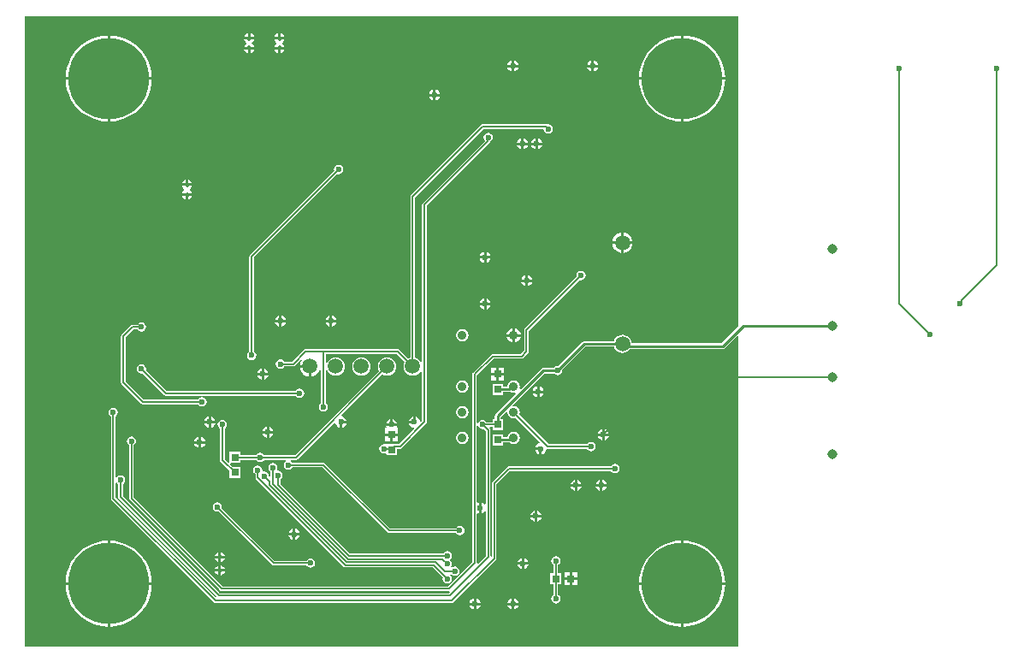
<source format=gbl>
G04*
G04 #@! TF.GenerationSoftware,Altium Limited,Altium Designer,19.0.15 (446)*
G04*
G04 Layer_Physical_Order=2*
G04 Layer_Color=16711680*
%FSLAX25Y25*%
%MOIN*%
G70*
G01*
G75*
%ADD12C,0.00600*%
%ADD18C,0.01000*%
%ADD49R,0.02953X0.03150*%
%ADD50R,0.03150X0.02953*%
%ADD65C,0.31496*%
%ADD66C,0.05906*%
%ADD67C,0.03838*%
%ADD68C,0.03543*%
%ADD69C,0.02362*%
%ADD70C,0.01968*%
G36*
X24016Y122811D02*
Y1980D01*
X17252Y-4784D01*
X-17682D01*
X-17786Y-3994D01*
X-18144Y-3130D01*
X-18714Y-2387D01*
X-19456Y-1818D01*
X-20320Y-1460D01*
X-21248Y-1338D01*
X-22175Y-1460D01*
X-23039Y-1818D01*
X-23782Y-2387D01*
X-24351Y-3130D01*
X-24629Y-3800D01*
X-36132D01*
X-36132Y-3800D01*
X-36561Y-3885D01*
X-36925Y-4128D01*
X-36925Y-4128D01*
X-46373Y-13577D01*
X-46565Y-13538D01*
X-47260Y-13677D01*
X-47849Y-14070D01*
X-47958Y-14233D01*
X-52145D01*
X-52574Y-14318D01*
X-52938Y-14561D01*
X-52938Y-14561D01*
X-60908Y-22532D01*
X-61369Y-22285D01*
X-61243Y-21654D01*
X-61427Y-20728D01*
X-61952Y-19944D01*
X-62736Y-19420D01*
X-63661Y-19236D01*
X-64587Y-19420D01*
X-65371Y-19944D01*
X-65895Y-20728D01*
X-66052Y-21516D01*
X-67805D01*
Y-20463D01*
X-71958D01*
Y-24813D01*
X-67805D01*
Y-23759D01*
X-65334D01*
X-65334Y-23759D01*
X-64906Y-23674D01*
X-64587Y-23888D01*
X-63661Y-24071D01*
X-63029Y-23946D01*
X-62783Y-24407D01*
X-70675Y-32298D01*
X-70918Y-32662D01*
X-71004Y-33091D01*
X-71003Y-33091D01*
Y-34242D01*
X-71958D01*
Y-35500D01*
X-74259D01*
X-74503Y-35133D01*
X-75093Y-34740D01*
X-75787Y-34601D01*
X-76482Y-34740D01*
X-77071Y-35133D01*
X-77465Y-35722D01*
X-77478Y-35789D01*
X-77978Y-35740D01*
Y-17160D01*
X-71578Y-10760D01*
X-60632D01*
X-60281Y-10690D01*
X-59983Y-10491D01*
X-58015Y-8523D01*
X-57816Y-8225D01*
X-57746Y-7874D01*
Y11D01*
X-37834Y19924D01*
X-37402Y19838D01*
X-36707Y19976D01*
X-36118Y20369D01*
X-35724Y20959D01*
X-35586Y21654D01*
X-35724Y22348D01*
X-36118Y22938D01*
X-36707Y23331D01*
X-37402Y23470D01*
X-38096Y23331D01*
X-38686Y22938D01*
X-39079Y22348D01*
X-39218Y21654D01*
X-39132Y21221D01*
X-59313Y1040D01*
X-59512Y742D01*
X-59581Y391D01*
Y-7494D01*
X-61012Y-8925D01*
X-71958D01*
X-72309Y-8995D01*
X-72607Y-9194D01*
X-79545Y-16131D01*
X-79744Y-16429D01*
X-79814Y-16780D01*
Y-90038D01*
X-89252Y-99476D01*
X-176951D01*
X-211681Y-64746D01*
Y-44364D01*
X-211314Y-44119D01*
X-210921Y-43530D01*
X-210782Y-42835D01*
X-210921Y-42140D01*
X-211314Y-41551D01*
X-211904Y-41157D01*
X-212598Y-41019D01*
X-213293Y-41157D01*
X-213882Y-41551D01*
X-214276Y-42140D01*
X-214414Y-42835D01*
X-214276Y-43530D01*
X-213882Y-44119D01*
X-213516Y-44364D01*
Y-65126D01*
X-213446Y-65477D01*
X-213247Y-65775D01*
X-177979Y-101043D01*
X-177682Y-101242D01*
X-177331Y-101311D01*
X-88872D01*
X-88847Y-101306D01*
X-88601Y-101767D01*
X-88963Y-102129D01*
X-178069D01*
X-215893Y-64305D01*
Y-59600D01*
X-215527Y-59355D01*
X-215133Y-58766D01*
X-214995Y-58071D01*
X-215133Y-57376D01*
X-215527Y-56787D01*
X-216116Y-56393D01*
X-216811Y-56255D01*
X-217506Y-56393D01*
X-218095Y-56787D01*
X-218267Y-57045D01*
X-218767Y-56893D01*
Y-33182D01*
X-218401Y-32938D01*
X-218007Y-32348D01*
X-217869Y-31654D01*
X-218007Y-30959D01*
X-218401Y-30369D01*
X-218990Y-29976D01*
X-219685Y-29838D01*
X-220380Y-29976D01*
X-220969Y-30369D01*
X-221363Y-30959D01*
X-221501Y-31654D01*
X-221363Y-32348D01*
X-220969Y-32938D01*
X-220603Y-33182D01*
Y-65134D01*
X-220533Y-65485D01*
X-220334Y-65783D01*
X-180442Y-105675D01*
X-180145Y-105873D01*
X-179794Y-105943D01*
X-87669D01*
X-87317Y-105873D01*
X-87020Y-105675D01*
X-70611Y-89266D01*
X-70412Y-88968D01*
X-70342Y-88617D01*
Y-59649D01*
X-65154Y-54461D01*
X-25663D01*
X-25418Y-54827D01*
X-24829Y-55221D01*
X-24134Y-55359D01*
X-23439Y-55221D01*
X-22850Y-54827D01*
X-22456Y-54238D01*
X-22318Y-53543D01*
X-22456Y-52848D01*
X-22850Y-52259D01*
X-23439Y-51866D01*
X-24134Y-51727D01*
X-24829Y-51866D01*
X-25418Y-52259D01*
X-25663Y-52626D01*
X-65534D01*
X-65886Y-52696D01*
X-66183Y-52894D01*
X-71909Y-58620D01*
X-72108Y-58918D01*
X-72177Y-59269D01*
Y-87774D01*
X-72204Y-87794D01*
X-72704Y-87542D01*
Y-38583D01*
X-72774Y-38232D01*
X-72973Y-37934D01*
X-73110Y-37797D01*
X-72919Y-37335D01*
X-71958D01*
Y-38592D01*
X-67805D01*
Y-34242D01*
X-68760D01*
Y-33556D01*
X-66523Y-31318D01*
X-66062Y-31564D01*
X-66079Y-31654D01*
X-65895Y-32579D01*
X-65371Y-33363D01*
X-64587Y-33887D01*
X-63661Y-34071D01*
X-62736Y-33887D01*
X-62730Y-33883D01*
X-53475Y-43138D01*
X-53639Y-43681D01*
X-54001Y-43753D01*
X-54722Y-44235D01*
X-55204Y-44956D01*
X-55274Y-45307D01*
X-53150D01*
Y-45807D01*
X-52650D01*
Y-47932D01*
X-52299Y-47862D01*
X-51577Y-47380D01*
X-51095Y-46658D01*
X-51007Y-46216D01*
X-50689Y-45842D01*
X-50468Y-45875D01*
X-50330Y-45903D01*
X-34993D01*
X-34749Y-46269D01*
X-34159Y-46663D01*
X-33465Y-46801D01*
X-32770Y-46663D01*
X-32181Y-46269D01*
X-31787Y-45680D01*
X-31649Y-44985D01*
X-31787Y-44290D01*
X-32181Y-43701D01*
X-32770Y-43307D01*
X-33465Y-43169D01*
X-34159Y-43307D01*
X-34749Y-43701D01*
X-34993Y-44067D01*
X-49950D01*
X-61432Y-32585D01*
X-61427Y-32579D01*
X-61243Y-31654D01*
X-61427Y-30728D01*
X-61952Y-29944D01*
X-62736Y-29420D01*
X-63661Y-29236D01*
X-63751Y-29253D01*
X-63997Y-28793D01*
X-51680Y-16476D01*
X-47958D01*
X-47849Y-16638D01*
X-47260Y-17032D01*
X-46565Y-17170D01*
X-45870Y-17032D01*
X-45281Y-16638D01*
X-44887Y-16049D01*
X-44749Y-15354D01*
X-44787Y-15163D01*
X-35667Y-6043D01*
X-24629D01*
X-24351Y-6713D01*
X-23782Y-7455D01*
X-23039Y-8025D01*
X-22175Y-8383D01*
X-21248Y-8505D01*
X-20320Y-8383D01*
X-19456Y-8025D01*
X-18714Y-7455D01*
X-18385Y-7027D01*
X17717D01*
X17717Y-7027D01*
X18146Y-6942D01*
X18510Y-6699D01*
X23554Y-1654D01*
X24016Y-1846D01*
Y-122811D01*
X-254308Y-122811D01*
X-254308Y122811D01*
X24016Y122811D01*
D02*
G37*
G36*
X-77465Y-37112D02*
X-77071Y-37701D01*
X-76482Y-38095D01*
X-75787Y-38233D01*
X-75355Y-38147D01*
X-74540Y-38963D01*
Y-67412D01*
X-75040Y-67564D01*
X-75199Y-67325D01*
X-75921Y-66843D01*
X-76272Y-66773D01*
Y-68898D01*
Y-71022D01*
X-75921Y-70952D01*
X-75199Y-70470D01*
X-75040Y-70231D01*
X-74540Y-70383D01*
Y-87706D01*
X-77522Y-90689D01*
X-77983Y-90442D01*
X-77978Y-90418D01*
Y-71270D01*
X-77478Y-70981D01*
X-77272Y-71022D01*
Y-68898D01*
Y-66773D01*
X-77478Y-66814D01*
X-77978Y-66525D01*
Y-37095D01*
X-77478Y-37046D01*
X-77465Y-37112D01*
D02*
G37*
G36*
X-218095Y-59355D02*
X-217729Y-59600D01*
Y-64685D01*
X-217659Y-65036D01*
X-217460Y-65334D01*
X-179580Y-103214D01*
X-179727Y-103774D01*
X-179734Y-103776D01*
X-179752Y-103769D01*
X-218767Y-64754D01*
Y-59249D01*
X-218267Y-59097D01*
X-218095Y-59355D01*
D02*
G37*
%LPC*%
G36*
X-154422Y116097D02*
Y114673D01*
X-152998D01*
X-153053Y114947D01*
X-153491Y115604D01*
X-154148Y116042D01*
X-154422Y116097D01*
D02*
G37*
G36*
X-155422D02*
X-155696Y116042D01*
X-156352Y115604D01*
X-156791Y114947D01*
X-156845Y114673D01*
X-155422D01*
Y116097D01*
D02*
G37*
G36*
X-166233D02*
Y114673D01*
X-164809D01*
X-164864Y114947D01*
X-165302Y115604D01*
X-165958Y116042D01*
X-166233Y116097D01*
D02*
G37*
G36*
X-167233D02*
X-167507Y116042D01*
X-168163Y115604D01*
X-168602Y114947D01*
X-168656Y114673D01*
X-167233D01*
Y116097D01*
D02*
G37*
G36*
X-152998Y113673D02*
X-156845D01*
X-156791Y113399D01*
X-156352Y112743D01*
X-155997Y112505D01*
Y111904D01*
X-156352Y111667D01*
X-156791Y111010D01*
X-156845Y110736D01*
X-152998D01*
X-153053Y111010D01*
X-153491Y111667D01*
X-153846Y111904D01*
Y112505D01*
X-153491Y112743D01*
X-153053Y113399D01*
X-152998Y113673D01*
D02*
G37*
G36*
X-164809D02*
X-168656D01*
X-168602Y113399D01*
X-168163Y112743D01*
X-167808Y112505D01*
Y111904D01*
X-168163Y111667D01*
X-168602Y111010D01*
X-168656Y110736D01*
X-164809D01*
X-164864Y111010D01*
X-165302Y111667D01*
X-165657Y111904D01*
Y112505D01*
X-165302Y112743D01*
X-164864Y113399D01*
X-164809Y113673D01*
D02*
G37*
G36*
X-152998Y109736D02*
X-154422D01*
Y108313D01*
X-154148Y108367D01*
X-153491Y108806D01*
X-153053Y109462D01*
X-152998Y109736D01*
D02*
G37*
G36*
X-155422D02*
X-156845D01*
X-156791Y109462D01*
X-156352Y108806D01*
X-155696Y108367D01*
X-155422Y108313D01*
Y109736D01*
D02*
G37*
G36*
X-164809D02*
X-166233D01*
Y108313D01*
X-165958Y108367D01*
X-165302Y108806D01*
X-164864Y109462D01*
X-164809Y109736D01*
D02*
G37*
G36*
X-167233D02*
X-168656D01*
X-168602Y109462D01*
X-168163Y108806D01*
X-167507Y108367D01*
X-167233Y108313D01*
Y109736D01*
D02*
G37*
G36*
X-32374Y105471D02*
Y103847D01*
X-30750D01*
X-30819Y104198D01*
X-31302Y104919D01*
X-32023Y105401D01*
X-32374Y105471D01*
D02*
G37*
G36*
X-33374D02*
X-33725Y105401D01*
X-34446Y104919D01*
X-34929Y104198D01*
X-34998Y103847D01*
X-33374D01*
Y105471D01*
D02*
G37*
G36*
X-63476D02*
Y103847D01*
X-61852D01*
X-61922Y104198D01*
X-62404Y104919D01*
X-63125Y105401D01*
X-63476Y105471D01*
D02*
G37*
G36*
X-64476D02*
X-64827Y105401D01*
X-65549Y104919D01*
X-66031Y104198D01*
X-66101Y103847D01*
X-64476D01*
Y105471D01*
D02*
G37*
G36*
X-30750Y102847D02*
X-32374D01*
Y101222D01*
X-32023Y101292D01*
X-31302Y101774D01*
X-30819Y102495D01*
X-30750Y102847D01*
D02*
G37*
G36*
X-33374D02*
X-34998D01*
X-34929Y102495D01*
X-34446Y101774D01*
X-33725Y101292D01*
X-33374Y101222D01*
Y102847D01*
D02*
G37*
G36*
X-61852D02*
X-63476D01*
Y101222D01*
X-63125Y101292D01*
X-62404Y101774D01*
X-61922Y102495D01*
X-61852Y102847D01*
D02*
G37*
G36*
X-64476D02*
X-66101D01*
X-66031Y102495D01*
X-65549Y101774D01*
X-64827Y101292D01*
X-64476Y101222D01*
Y102847D01*
D02*
G37*
G36*
X2468Y115176D02*
Y98925D01*
X18720D01*
X18609Y100616D01*
X18181Y102769D01*
X17475Y104848D01*
X16504Y106817D01*
X15284Y108643D01*
X13837Y110293D01*
X12186Y111741D01*
X10361Y112961D01*
X8392Y113932D01*
X6312Y114637D01*
X4159Y115066D01*
X2468Y115176D01*
D02*
G37*
G36*
X1469D02*
X-222Y115066D01*
X-2376Y114637D01*
X-4454Y113932D01*
X-6424Y112961D01*
X-8249Y111741D01*
X-9900Y110293D01*
X-11347Y108643D01*
X-12567Y106817D01*
X-13538Y104848D01*
X-14244Y102769D01*
X-14672Y100616D01*
X-14783Y98925D01*
X1469D01*
Y115176D01*
D02*
G37*
G36*
X-220957D02*
Y98925D01*
X-204706D01*
X-204816Y100616D01*
X-205245Y102769D01*
X-205950Y104848D01*
X-206921Y106817D01*
X-208141Y108643D01*
X-209589Y110293D01*
X-211239Y111741D01*
X-213065Y112961D01*
X-215034Y113932D01*
X-217113Y114637D01*
X-219266Y115066D01*
X-220957Y115176D01*
D02*
G37*
G36*
X-221957D02*
X-223647Y115066D01*
X-225801Y114637D01*
X-227880Y113932D01*
X-229849Y112961D01*
X-231674Y111741D01*
X-233325Y110293D01*
X-234772Y108643D01*
X-235992Y106817D01*
X-236963Y104848D01*
X-237669Y102769D01*
X-238097Y100616D01*
X-238208Y98925D01*
X-221957D01*
Y115176D01*
D02*
G37*
G36*
X-93988Y94144D02*
Y92520D01*
X-92364D01*
X-92434Y92871D01*
X-92916Y93592D01*
X-93637Y94074D01*
X-93988Y94144D01*
D02*
G37*
G36*
X-94988D02*
X-95339Y94074D01*
X-96061Y93592D01*
X-96543Y92871D01*
X-96613Y92520D01*
X-94988D01*
Y94144D01*
D02*
G37*
G36*
X-92364Y91520D02*
X-93988D01*
Y89895D01*
X-93637Y89965D01*
X-92916Y90447D01*
X-92434Y91169D01*
X-92364Y91520D01*
D02*
G37*
G36*
X-94988D02*
X-96613D01*
X-96543Y91169D01*
X-96061Y90447D01*
X-95339Y89965D01*
X-94988Y89895D01*
Y91520D01*
D02*
G37*
G36*
X18720Y97925D02*
X2468D01*
Y81674D01*
X4159Y81785D01*
X6312Y82213D01*
X8392Y82919D01*
X10361Y83890D01*
X12186Y85110D01*
X13837Y86557D01*
X15284Y88208D01*
X16504Y90033D01*
X17475Y92002D01*
X18181Y94081D01*
X18609Y96234D01*
X18720Y97925D01*
D02*
G37*
G36*
X1469D02*
X-14783D01*
X-14672Y96234D01*
X-14244Y94081D01*
X-13538Y92002D01*
X-12567Y90033D01*
X-11347Y88208D01*
X-9900Y86557D01*
X-8249Y85110D01*
X-6424Y83890D01*
X-4454Y82919D01*
X-2376Y82213D01*
X-222Y81785D01*
X1469Y81674D01*
Y97925D01*
D02*
G37*
G36*
X-204706D02*
X-220957D01*
Y81674D01*
X-219266Y81785D01*
X-217113Y82213D01*
X-215034Y82919D01*
X-213065Y83890D01*
X-211239Y85110D01*
X-209589Y86557D01*
X-208141Y88208D01*
X-206921Y90033D01*
X-205950Y92002D01*
X-205245Y94081D01*
X-204816Y96234D01*
X-204706Y97925D01*
D02*
G37*
G36*
X-221957D02*
X-238208D01*
X-238097Y96234D01*
X-237669Y94081D01*
X-236963Y92002D01*
X-235992Y90033D01*
X-234772Y88208D01*
X-233325Y86557D01*
X-231674Y85110D01*
X-229849Y83890D01*
X-227880Y82919D01*
X-225801Y82213D01*
X-223647Y81785D01*
X-221957Y81674D01*
Y97925D01*
D02*
G37*
G36*
X-51181Y80642D02*
X-75787D01*
X-76139Y80572D01*
X-76436Y80373D01*
X-103680Y53129D01*
X-103879Y52832D01*
X-103949Y52480D01*
Y-10317D01*
X-103959Y-10318D01*
X-104823Y-10676D01*
X-104831Y-10682D01*
X-108288Y-7225D01*
X-108586Y-7026D01*
X-108937Y-6956D01*
X-144685D01*
X-145036Y-7026D01*
X-145334Y-7225D01*
X-149986Y-11878D01*
X-152999D01*
X-153244Y-11511D01*
X-153833Y-11118D01*
X-154528Y-10979D01*
X-155222Y-11118D01*
X-155812Y-11511D01*
X-156205Y-12100D01*
X-156344Y-12795D01*
X-156205Y-13490D01*
X-155812Y-14079D01*
X-155222Y-14473D01*
X-154528Y-14611D01*
X-153833Y-14473D01*
X-153244Y-14079D01*
X-152999Y-13713D01*
X-149606D01*
X-149255Y-13643D01*
X-148957Y-13444D01*
X-146505Y-10991D01*
X-146128Y-11322D01*
X-146484Y-11786D01*
X-146882Y-12748D01*
X-146952Y-13280D01*
X-143032D01*
Y-13780D01*
X-142532D01*
Y-17701D01*
X-142000Y-17630D01*
X-141038Y-17232D01*
X-140212Y-16599D01*
X-139579Y-15773D01*
X-139181Y-14811D01*
X-138713Y-14925D01*
Y-27999D01*
X-139079Y-28243D01*
X-139473Y-28833D01*
X-139611Y-29528D01*
X-139473Y-30222D01*
X-139079Y-30812D01*
X-138490Y-31205D01*
X-137795Y-31343D01*
X-137100Y-31205D01*
X-136511Y-30812D01*
X-136117Y-30222D01*
X-135979Y-29528D01*
X-136117Y-28833D01*
X-136511Y-28243D01*
X-136878Y-27999D01*
Y-15085D01*
X-136378Y-14985D01*
X-136135Y-15571D01*
X-135565Y-16313D01*
X-134823Y-16883D01*
X-133959Y-17241D01*
X-133031Y-17363D01*
X-132104Y-17241D01*
X-131240Y-16883D01*
X-130498Y-16313D01*
X-129928Y-15571D01*
X-129570Y-14707D01*
X-129448Y-13780D01*
X-129570Y-12852D01*
X-129928Y-11988D01*
X-130498Y-11246D01*
X-131240Y-10676D01*
X-132104Y-10318D01*
X-133031Y-10196D01*
X-133959Y-10318D01*
X-134823Y-10676D01*
X-135565Y-11246D01*
X-136135Y-11988D01*
X-136378Y-12574D01*
X-136878Y-12475D01*
Y-8792D01*
X-109317D01*
X-106129Y-11980D01*
X-106135Y-11988D01*
X-106493Y-12852D01*
X-106615Y-13780D01*
X-106493Y-14707D01*
X-106135Y-15571D01*
X-105565Y-16313D01*
X-104823Y-16883D01*
X-103959Y-17241D01*
X-103032Y-17363D01*
X-102104Y-17241D01*
X-101240Y-16883D01*
X-100498Y-16313D01*
X-99928Y-15571D01*
X-99843Y-15365D01*
X-99343Y-15465D01*
Y-35022D01*
X-99724Y-35341D01*
X-100187Y-35190D01*
X-100308Y-34582D01*
X-100790Y-33861D01*
X-101511Y-33378D01*
X-101862Y-33309D01*
Y-35433D01*
X-102362D01*
Y-35933D01*
X-104487D01*
X-104417Y-36284D01*
X-103935Y-37006D01*
X-103213Y-37488D01*
X-102605Y-37609D01*
X-102431Y-38142D01*
X-108357Y-44067D01*
X-110044D01*
X-110133Y-44085D01*
X-113297D01*
X-113297Y-44085D01*
X-113790Y-44067D01*
X-114173Y-43991D01*
X-114868Y-44129D01*
X-115457Y-44523D01*
X-115851Y-45112D01*
X-115989Y-45807D01*
X-115851Y-46502D01*
X-115457Y-47091D01*
X-114868Y-47485D01*
X-114173Y-47623D01*
X-113797Y-47548D01*
X-113297Y-47919D01*
Y-48435D01*
X-109144D01*
Y-45903D01*
X-107977D01*
X-107626Y-45833D01*
X-107328Y-45634D01*
X-97776Y-36082D01*
X-97577Y-35784D01*
X-97508Y-35433D01*
Y48832D01*
X-73091Y73249D01*
X-72892Y73547D01*
X-72822Y73898D01*
Y73916D01*
X-72338Y74240D01*
X-71944Y74829D01*
X-71806Y75524D01*
X-71944Y76219D01*
X-72338Y76808D01*
X-72927Y77201D01*
X-73622Y77340D01*
X-74317Y77201D01*
X-74906Y76808D01*
X-75300Y76219D01*
X-75438Y75524D01*
X-75300Y74829D01*
X-74906Y74240D01*
X-74887Y74048D01*
X-99074Y49861D01*
X-99273Y49564D01*
X-99343Y49213D01*
Y-12094D01*
X-99843Y-12194D01*
X-99928Y-11988D01*
X-100498Y-11246D01*
X-101240Y-10676D01*
X-102104Y-10318D01*
X-102114Y-10317D01*
Y52100D01*
X-75407Y78807D01*
X-52068D01*
X-52013Y78740D01*
X-51875Y78045D01*
X-51481Y77456D01*
X-50892Y77062D01*
X-50197Y76924D01*
X-49502Y77062D01*
X-48913Y77456D01*
X-48519Y78045D01*
X-48381Y78740D01*
X-48519Y79435D01*
X-48913Y80024D01*
X-49502Y80418D01*
X-50197Y80556D01*
X-50666Y80463D01*
X-50830Y80572D01*
X-51181Y80642D01*
D02*
G37*
G36*
X-54224Y75156D02*
Y73532D01*
X-52600D01*
X-52670Y73883D01*
X-53152Y74604D01*
X-53873Y75086D01*
X-54224Y75156D01*
D02*
G37*
G36*
X-55224D02*
X-55575Y75086D01*
X-56297Y74604D01*
X-56779Y73883D01*
X-56849Y73532D01*
X-55224D01*
Y75156D01*
D02*
G37*
G36*
X-59736D02*
Y73532D01*
X-58112D01*
X-58182Y73883D01*
X-58664Y74604D01*
X-59385Y75086D01*
X-59736Y75156D01*
D02*
G37*
G36*
X-60736D02*
X-61087Y75086D01*
X-61809Y74604D01*
X-62291Y73883D01*
X-62361Y73532D01*
X-60736D01*
Y75156D01*
D02*
G37*
G36*
X-52600Y72531D02*
X-54224D01*
Y70907D01*
X-53873Y70977D01*
X-53152Y71459D01*
X-52670Y72180D01*
X-52600Y72531D01*
D02*
G37*
G36*
X-55224D02*
X-56849D01*
X-56779Y72180D01*
X-56297Y71459D01*
X-55575Y70977D01*
X-55224Y70907D01*
Y72531D01*
D02*
G37*
G36*
X-58112D02*
X-59736D01*
Y70907D01*
X-59385Y70977D01*
X-58664Y71459D01*
X-58182Y72180D01*
X-58112Y72531D01*
D02*
G37*
G36*
X-60736D02*
X-62361D01*
X-62291Y72180D01*
X-61809Y71459D01*
X-61087Y70977D01*
X-60736Y70907D01*
Y72531D01*
D02*
G37*
G36*
X-131890Y64808D02*
X-132585Y64670D01*
X-133174Y64276D01*
X-133568Y63687D01*
X-133706Y62992D01*
X-133620Y62560D01*
X-166397Y29783D01*
X-166596Y29485D01*
X-166666Y29134D01*
Y-7920D01*
X-167032Y-8165D01*
X-167426Y-8754D01*
X-167564Y-9449D01*
X-167426Y-10144D01*
X-167032Y-10733D01*
X-166443Y-11127D01*
X-165748Y-11265D01*
X-165053Y-11127D01*
X-164464Y-10733D01*
X-164070Y-10144D01*
X-163932Y-9449D01*
X-164070Y-8754D01*
X-164464Y-8165D01*
X-164830Y-7920D01*
Y28754D01*
X-132322Y61262D01*
X-131890Y61176D01*
X-131195Y61314D01*
X-130606Y61708D01*
X-130212Y62297D01*
X-130074Y62992D01*
X-130212Y63687D01*
X-130606Y64276D01*
X-131195Y64670D01*
X-131890Y64808D01*
D02*
G37*
G36*
X-190445Y59010D02*
Y57587D01*
X-189021D01*
X-189076Y57861D01*
X-189514Y58517D01*
X-190171Y58956D01*
X-190445Y59010D01*
D02*
G37*
G36*
X-191445D02*
X-191719Y58956D01*
X-192375Y58517D01*
X-192814Y57861D01*
X-192868Y57587D01*
X-191445D01*
Y59010D01*
D02*
G37*
G36*
X-189021Y56587D02*
X-192868D01*
X-192814Y56312D01*
X-192375Y55656D01*
X-192020Y55419D01*
Y54817D01*
X-192375Y54580D01*
X-192814Y53924D01*
X-192868Y53650D01*
X-189021D01*
X-189076Y53924D01*
X-189514Y54580D01*
X-189869Y54817D01*
Y55419D01*
X-189514Y55656D01*
X-189076Y56312D01*
X-189021Y56587D01*
D02*
G37*
G36*
Y52650D02*
X-190445D01*
Y51226D01*
X-190171Y51280D01*
X-189514Y51719D01*
X-189076Y52375D01*
X-189021Y52650D01*
D02*
G37*
G36*
X-191445D02*
X-192868D01*
X-192814Y52375D01*
X-192375Y51719D01*
X-191719Y51280D01*
X-191445Y51226D01*
Y52650D01*
D02*
G37*
G36*
X-20748Y38370D02*
Y34949D01*
X-17327D01*
X-17397Y35481D01*
X-17795Y36442D01*
X-18429Y37268D01*
X-19254Y37901D01*
X-20216Y38300D01*
X-20748Y38370D01*
D02*
G37*
G36*
X-21748D02*
X-22280Y38300D01*
X-23241Y37901D01*
X-24067Y37268D01*
X-24700Y36442D01*
X-25099Y35481D01*
X-25169Y34949D01*
X-21748D01*
Y38370D01*
D02*
G37*
G36*
Y33949D02*
X-25169D01*
X-25099Y33417D01*
X-24700Y32455D01*
X-24067Y31630D01*
X-23241Y30996D01*
X-22280Y30598D01*
X-21748Y30528D01*
Y33949D01*
D02*
G37*
G36*
X-17327D02*
X-20748D01*
Y30528D01*
X-20216Y30598D01*
X-19254Y30996D01*
X-18429Y31630D01*
X-17795Y32455D01*
X-17397Y33417D01*
X-17327Y33949D01*
D02*
G37*
G36*
X-74303Y30864D02*
Y29240D01*
X-72679D01*
X-72749Y29591D01*
X-73231Y30312D01*
X-73952Y30795D01*
X-74303Y30864D01*
D02*
G37*
G36*
X-75303D02*
X-75654Y30795D01*
X-76376Y30312D01*
X-76858Y29591D01*
X-76928Y29240D01*
X-75303D01*
Y30864D01*
D02*
G37*
G36*
X-72679Y28240D02*
X-74303D01*
Y26616D01*
X-73952Y26686D01*
X-73231Y27167D01*
X-72749Y27889D01*
X-72679Y28240D01*
D02*
G37*
G36*
X-75303D02*
X-76928D01*
X-76858Y27889D01*
X-76376Y27167D01*
X-75654Y26686D01*
X-75303Y26616D01*
Y28240D01*
D02*
G37*
G36*
X-58071Y21809D02*
Y20185D01*
X-56446D01*
X-56516Y20536D01*
X-56998Y21258D01*
X-57720Y21740D01*
X-58071Y21809D01*
D02*
G37*
G36*
X-59071D02*
X-59422Y21740D01*
X-60143Y21258D01*
X-60625Y20536D01*
X-60695Y20185D01*
X-59071D01*
Y21809D01*
D02*
G37*
G36*
X-56446Y19185D02*
X-58071D01*
Y17561D01*
X-57720Y17630D01*
X-56998Y18113D01*
X-56516Y18834D01*
X-56446Y19185D01*
D02*
G37*
G36*
X-59071D02*
X-60695D01*
X-60625Y18834D01*
X-60143Y18113D01*
X-59422Y17630D01*
X-59071Y17561D01*
Y19185D01*
D02*
G37*
G36*
X-74303Y12754D02*
Y11130D01*
X-72679D01*
X-72749Y11481D01*
X-73231Y12202D01*
X-73952Y12685D01*
X-74303Y12754D01*
D02*
G37*
G36*
X-75303D02*
X-75654Y12685D01*
X-76376Y12202D01*
X-76858Y11481D01*
X-76928Y11130D01*
X-75303D01*
Y12754D01*
D02*
G37*
G36*
X-72679Y10130D02*
X-74303D01*
Y8506D01*
X-73952Y8575D01*
X-73231Y9058D01*
X-72749Y9779D01*
X-72679Y10130D01*
D02*
G37*
G36*
X-75303D02*
X-76928D01*
X-76858Y9779D01*
X-76376Y9058D01*
X-75654Y8575D01*
X-75303Y8506D01*
Y10130D01*
D02*
G37*
G36*
X-134343Y6061D02*
Y4437D01*
X-132718D01*
X-132788Y4788D01*
X-133270Y5509D01*
X-133992Y5992D01*
X-134343Y6061D01*
D02*
G37*
G36*
X-135343D02*
X-135694Y5992D01*
X-136415Y5509D01*
X-136897Y4788D01*
X-136967Y4437D01*
X-135343D01*
Y6061D01*
D02*
G37*
G36*
X-154028D02*
Y4437D01*
X-152403D01*
X-152473Y4788D01*
X-152955Y5509D01*
X-153676Y5992D01*
X-154028Y6061D01*
D02*
G37*
G36*
X-155028D02*
X-155379Y5992D01*
X-156100Y5509D01*
X-156582Y4788D01*
X-156652Y4437D01*
X-155028D01*
Y6061D01*
D02*
G37*
G36*
X-132718Y3437D02*
X-134343D01*
Y1813D01*
X-133992Y1883D01*
X-133270Y2365D01*
X-132788Y3086D01*
X-132718Y3437D01*
D02*
G37*
G36*
X-135343D02*
X-136967D01*
X-136897Y3086D01*
X-136415Y2365D01*
X-135694Y1883D01*
X-135343Y1813D01*
Y3437D01*
D02*
G37*
G36*
X-152403D02*
X-154028D01*
Y1813D01*
X-153676Y1883D01*
X-152955Y2365D01*
X-152473Y3086D01*
X-152403Y3437D01*
D02*
G37*
G36*
X-155028D02*
X-156652D01*
X-156582Y3086D01*
X-156100Y2365D01*
X-155379Y1883D01*
X-155028Y1813D01*
Y3437D01*
D02*
G37*
G36*
X-208661Y3391D02*
X-209356Y3253D01*
X-209946Y2859D01*
X-210190Y2492D01*
X-212205D01*
X-212556Y2423D01*
X-212854Y2224D01*
X-216397Y-1320D01*
X-216596Y-1617D01*
X-216666Y-1969D01*
Y-20079D01*
X-216596Y-20430D01*
X-216397Y-20728D01*
X-208917Y-28208D01*
X-208619Y-28407D01*
X-208268Y-28477D01*
X-186568D01*
X-186323Y-28843D01*
X-185734Y-29237D01*
X-185039Y-29375D01*
X-184344Y-29237D01*
X-183755Y-28843D01*
X-183362Y-28254D01*
X-183223Y-27559D01*
X-183362Y-26864D01*
X-183755Y-26275D01*
X-184344Y-25881D01*
X-185039Y-25743D01*
X-185734Y-25881D01*
X-186323Y-26275D01*
X-186568Y-26641D01*
X-207888D01*
X-214830Y-19699D01*
Y-2349D01*
X-211825Y657D01*
X-210190D01*
X-209946Y291D01*
X-209356Y-103D01*
X-208661Y-241D01*
X-207966Y-103D01*
X-207377Y291D01*
X-206984Y880D01*
X-206845Y1575D01*
X-206984Y2270D01*
X-207377Y2859D01*
X-207966Y3253D01*
X-208661Y3391D01*
D02*
G37*
G36*
X-63161Y1076D02*
Y-1154D01*
X-60932D01*
X-60961Y-930D01*
X-61241Y-256D01*
X-61685Y323D01*
X-62264Y767D01*
X-62938Y1047D01*
X-63161Y1076D01*
D02*
G37*
G36*
X-64161Y1076D02*
X-64385Y1047D01*
X-65059Y767D01*
X-65638Y323D01*
X-66082Y-256D01*
X-66362Y-930D01*
X-66391Y-1154D01*
X-64161D01*
Y1076D01*
D02*
G37*
G36*
X-83661Y764D02*
X-84587Y580D01*
X-85371Y56D01*
X-85895Y-728D01*
X-86079Y-1654D01*
X-85895Y-2579D01*
X-85371Y-3363D01*
X-84587Y-3887D01*
X-83661Y-4072D01*
X-82736Y-3887D01*
X-81952Y-3363D01*
X-81428Y-2579D01*
X-81243Y-1654D01*
X-81428Y-728D01*
X-81952Y56D01*
X-82736Y580D01*
X-83661Y764D01*
D02*
G37*
G36*
X-64161Y-2153D02*
X-66391D01*
X-66362Y-2377D01*
X-66082Y-3051D01*
X-65638Y-3630D01*
X-65059Y-4075D01*
X-64385Y-4354D01*
X-64161Y-4383D01*
Y-2153D01*
D02*
G37*
G36*
X-60932D02*
X-63161D01*
Y-4383D01*
X-62938Y-4354D01*
X-62264Y-4075D01*
X-61685Y-3630D01*
X-61241Y-3051D01*
X-60961Y-2377D01*
X-60932Y-2153D01*
D02*
G37*
G36*
X-160917Y-14608D02*
Y-16232D01*
X-159293D01*
X-159363Y-15881D01*
X-159845Y-15160D01*
X-160566Y-14678D01*
X-160917Y-14608D01*
D02*
G37*
G36*
X-161917D02*
X-162268Y-14678D01*
X-162990Y-15160D01*
X-163472Y-15881D01*
X-163542Y-16232D01*
X-161917D01*
Y-14608D01*
D02*
G37*
G36*
X-67405Y-14157D02*
X-69382D01*
Y-16232D01*
X-67405D01*
Y-14157D01*
D02*
G37*
G36*
X-70382D02*
X-72358D01*
Y-16232D01*
X-70382D01*
Y-14157D01*
D02*
G37*
G36*
X-113031Y-10196D02*
X-113959Y-10318D01*
X-114823Y-10676D01*
X-115565Y-11246D01*
X-116135Y-11988D01*
X-116493Y-12852D01*
X-116615Y-13780D01*
X-116493Y-14707D01*
X-116135Y-15571D01*
X-116129Y-15579D01*
X-148845Y-48295D01*
X-160873D01*
X-161117Y-47929D01*
X-161707Y-47535D01*
X-162402Y-47397D01*
X-163096Y-47535D01*
X-163686Y-47929D01*
X-163930Y-48295D01*
X-170168D01*
Y-47038D01*
X-174320D01*
Y-51037D01*
X-174820Y-51244D01*
X-176248Y-49817D01*
Y-37946D01*
X-175881Y-37701D01*
X-175488Y-37112D01*
X-175349Y-36417D01*
X-175488Y-35722D01*
X-175881Y-35133D01*
X-176470Y-34740D01*
X-177165Y-34601D01*
X-177860Y-34740D01*
X-178449Y-35133D01*
X-178843Y-35722D01*
X-178981Y-36417D01*
X-178843Y-37112D01*
X-178449Y-37701D01*
X-178083Y-37946D01*
Y-50197D01*
X-178013Y-50548D01*
X-177814Y-50846D01*
X-174320Y-54339D01*
Y-57293D01*
X-170168D01*
Y-52943D01*
X-173121D01*
X-174177Y-51887D01*
X-173970Y-51387D01*
X-170168D01*
Y-50130D01*
X-163930D01*
X-163686Y-50497D01*
X-163096Y-50890D01*
X-162402Y-51029D01*
X-161707Y-50890D01*
X-161117Y-50497D01*
X-160873Y-50130D01*
X-152513D01*
X-152361Y-50630D01*
X-152737Y-50881D01*
X-153130Y-51470D01*
X-153269Y-52165D01*
X-153130Y-52860D01*
X-152737Y-53449D01*
X-152147Y-53843D01*
X-151453Y-53981D01*
X-150758Y-53843D01*
X-150169Y-53449D01*
X-149924Y-53083D01*
X-138175D01*
X-112854Y-78405D01*
X-112556Y-78604D01*
X-112205Y-78673D01*
X-86175D01*
X-85930Y-79040D01*
X-85341Y-79434D01*
X-84646Y-79572D01*
X-83951Y-79434D01*
X-83362Y-79040D01*
X-82968Y-78451D01*
X-82830Y-77756D01*
X-82968Y-77061D01*
X-83362Y-76472D01*
X-83951Y-76078D01*
X-84646Y-75940D01*
X-85341Y-76078D01*
X-85930Y-76472D01*
X-86175Y-76838D01*
X-111825D01*
X-137146Y-51516D01*
X-137444Y-51318D01*
X-137795Y-51248D01*
X-149924D01*
X-150169Y-50881D01*
X-150544Y-50630D01*
X-150392Y-50130D01*
X-148465D01*
X-148113Y-50060D01*
X-147816Y-49861D01*
X-133597Y-35643D01*
X-133055Y-35808D01*
X-132960Y-36284D01*
X-132478Y-37006D01*
X-131757Y-37488D01*
X-131406Y-37557D01*
Y-35433D01*
X-130906D01*
Y-34933D01*
X-128781D01*
X-128851Y-34582D01*
X-129333Y-33861D01*
X-130055Y-33378D01*
X-130531Y-33284D01*
X-130695Y-32741D01*
X-114831Y-16877D01*
X-114823Y-16883D01*
X-113959Y-17241D01*
X-113031Y-17363D01*
X-112104Y-17241D01*
X-111240Y-16883D01*
X-110498Y-16313D01*
X-109928Y-15571D01*
X-109570Y-14707D01*
X-109448Y-13780D01*
X-109570Y-12852D01*
X-109928Y-11988D01*
X-110498Y-11246D01*
X-111240Y-10676D01*
X-112104Y-10318D01*
X-113031Y-10196D01*
D02*
G37*
G36*
X-123031D02*
X-123959Y-10318D01*
X-124823Y-10676D01*
X-125565Y-11246D01*
X-126135Y-11988D01*
X-126493Y-12852D01*
X-126615Y-13780D01*
X-126493Y-14707D01*
X-126135Y-15571D01*
X-125565Y-16313D01*
X-124823Y-16883D01*
X-123959Y-17241D01*
X-123031Y-17363D01*
X-122104Y-17241D01*
X-121240Y-16883D01*
X-120498Y-16313D01*
X-119928Y-15571D01*
X-119570Y-14707D01*
X-119448Y-13780D01*
X-119570Y-12852D01*
X-119928Y-11988D01*
X-120498Y-11246D01*
X-121240Y-10676D01*
X-122104Y-10318D01*
X-123031Y-10196D01*
D02*
G37*
G36*
X-143532Y-14280D02*
X-146952D01*
X-146882Y-14811D01*
X-146484Y-15773D01*
X-145851Y-16599D01*
X-145025Y-17232D01*
X-144063Y-17630D01*
X-143532Y-17701D01*
Y-14280D01*
D02*
G37*
G36*
X-159293Y-17232D02*
X-160917D01*
Y-18857D01*
X-160566Y-18787D01*
X-159845Y-18305D01*
X-159363Y-17583D01*
X-159293Y-17232D01*
D02*
G37*
G36*
X-161917D02*
X-163542D01*
X-163472Y-17583D01*
X-162990Y-18305D01*
X-162268Y-18787D01*
X-161917Y-18857D01*
Y-17232D01*
D02*
G37*
G36*
X-67405Y-17232D02*
X-69382D01*
Y-19307D01*
X-67405D01*
Y-17232D01*
D02*
G37*
G36*
X-70382D02*
X-72358D01*
Y-19307D01*
X-70382D01*
Y-17232D01*
D02*
G37*
G36*
X-53634Y-21498D02*
Y-23122D01*
X-52009D01*
X-52079Y-22771D01*
X-52561Y-22050D01*
X-53283Y-21567D01*
X-53634Y-21498D01*
D02*
G37*
G36*
X-54634D02*
X-54985Y-21567D01*
X-55706Y-22050D01*
X-56188Y-22771D01*
X-56258Y-23122D01*
X-54634D01*
Y-21498D01*
D02*
G37*
G36*
X-83661Y-19236D02*
X-84587Y-19420D01*
X-85371Y-19944D01*
X-85895Y-20728D01*
X-86079Y-21654D01*
X-85895Y-22579D01*
X-85371Y-23363D01*
X-84587Y-23888D01*
X-83661Y-24071D01*
X-82736Y-23888D01*
X-81952Y-23363D01*
X-81428Y-22579D01*
X-81243Y-21654D01*
X-81428Y-20728D01*
X-81952Y-19944D01*
X-82736Y-19420D01*
X-83661Y-19236D01*
D02*
G37*
G36*
X-52009Y-24122D02*
X-53634D01*
Y-25746D01*
X-53283Y-25677D01*
X-52561Y-25194D01*
X-52079Y-24473D01*
X-52009Y-24122D01*
D02*
G37*
G36*
X-54634D02*
X-56258D01*
X-56188Y-24473D01*
X-55706Y-25194D01*
X-54985Y-25677D01*
X-54634Y-25746D01*
Y-24122D01*
D02*
G37*
G36*
X-208661Y-12947D02*
X-209356Y-13086D01*
X-209946Y-13479D01*
X-210339Y-14068D01*
X-210477Y-14763D01*
X-210339Y-15458D01*
X-209946Y-16047D01*
X-209356Y-16441D01*
X-208661Y-16579D01*
X-208229Y-16493D01*
X-199861Y-24861D01*
X-199563Y-25060D01*
X-199212Y-25130D01*
X-148576D01*
X-148331Y-25497D01*
X-147742Y-25890D01*
X-147047Y-26029D01*
X-146352Y-25890D01*
X-145763Y-25497D01*
X-145370Y-24908D01*
X-145231Y-24213D01*
X-145370Y-23518D01*
X-145763Y-22929D01*
X-146352Y-22535D01*
X-147047Y-22397D01*
X-147742Y-22535D01*
X-148331Y-22929D01*
X-148576Y-23295D01*
X-198832D01*
X-206931Y-15196D01*
X-206845Y-14763D01*
X-206984Y-14068D01*
X-207377Y-13479D01*
X-207966Y-13086D01*
X-208661Y-12947D01*
D02*
G37*
G36*
X-83661Y-29236D02*
X-84587Y-29420D01*
X-85371Y-29944D01*
X-85895Y-30728D01*
X-86079Y-31654D01*
X-85895Y-32579D01*
X-85371Y-33363D01*
X-84587Y-33887D01*
X-83661Y-34071D01*
X-82736Y-33887D01*
X-81952Y-33363D01*
X-81428Y-32579D01*
X-81243Y-31654D01*
X-81428Y-30728D01*
X-81952Y-29944D01*
X-82736Y-29420D01*
X-83661Y-29236D01*
D02*
G37*
G36*
X-102862Y-33309D02*
X-103213Y-33378D01*
X-103935Y-33861D01*
X-104417Y-34582D01*
X-104487Y-34933D01*
X-102862D01*
Y-33309D01*
D02*
G37*
G36*
X-181587D02*
Y-34933D01*
X-179962D01*
X-180032Y-34582D01*
X-180514Y-33861D01*
X-181236Y-33378D01*
X-181587Y-33309D01*
D02*
G37*
G36*
X-182587D02*
X-182938Y-33378D01*
X-183659Y-33861D01*
X-184141Y-34582D01*
X-184211Y-34933D01*
X-182587D01*
Y-33309D01*
D02*
G37*
G36*
X-110721Y-34293D02*
Y-35917D01*
X-109096D01*
X-109166Y-35566D01*
X-109648Y-34845D01*
X-110370Y-34363D01*
X-110721Y-34293D01*
D02*
G37*
G36*
X-111721D02*
X-112072Y-34363D01*
X-112793Y-34845D01*
X-113275Y-35566D01*
X-113345Y-35917D01*
X-111721D01*
Y-34293D01*
D02*
G37*
G36*
X-128781Y-35933D02*
X-130406D01*
Y-37557D01*
X-130055Y-37488D01*
X-129333Y-37006D01*
X-128851Y-36284D01*
X-128781Y-35933D01*
D02*
G37*
G36*
X-179962D02*
X-181587D01*
Y-37557D01*
X-181236Y-37488D01*
X-180514Y-37006D01*
X-180032Y-36284D01*
X-179962Y-35933D01*
D02*
G37*
G36*
X-182587D02*
X-184211D01*
X-184141Y-36284D01*
X-183659Y-37006D01*
X-182938Y-37488D01*
X-182587Y-37557D01*
Y-35933D01*
D02*
G37*
G36*
X-158949Y-37246D02*
Y-38870D01*
X-157325D01*
X-157394Y-38519D01*
X-157876Y-37798D01*
X-158598Y-37315D01*
X-158949Y-37246D01*
D02*
G37*
G36*
X-159949D02*
X-160300Y-37315D01*
X-161021Y-37798D01*
X-161503Y-38519D01*
X-161573Y-38870D01*
X-159949D01*
Y-37246D01*
D02*
G37*
G36*
X-28220Y-38230D02*
Y-39854D01*
X-26596D01*
X-26666Y-39503D01*
X-27148Y-38782D01*
X-27869Y-38300D01*
X-28220Y-38230D01*
D02*
G37*
G36*
X-29221D02*
X-29572Y-38300D01*
X-30293Y-38782D01*
X-30775Y-39503D01*
X-30845Y-39854D01*
X-29221D01*
Y-38230D01*
D02*
G37*
G36*
X-109096Y-36917D02*
X-113345D01*
X-113275Y-37268D01*
X-113228Y-37339D01*
X-113464Y-37780D01*
X-113697D01*
Y-39854D01*
X-111221D01*
X-108744D01*
Y-37780D01*
X-108977D01*
X-109213Y-37339D01*
X-109166Y-37268D01*
X-109096Y-36917D01*
D02*
G37*
G36*
X-63661Y-39236D02*
X-64587Y-39420D01*
X-65371Y-39944D01*
X-65895Y-40728D01*
X-65989Y-41201D01*
X-67805D01*
Y-40148D01*
X-71958D01*
Y-44498D01*
X-67805D01*
Y-43444D01*
X-65250D01*
X-64587Y-43887D01*
X-63661Y-44071D01*
X-62736Y-43887D01*
X-61952Y-43363D01*
X-61427Y-42579D01*
X-61243Y-41654D01*
X-61427Y-40728D01*
X-61952Y-39944D01*
X-62736Y-39420D01*
X-63661Y-39236D01*
D02*
G37*
G36*
X-157325Y-39870D02*
X-158949D01*
Y-41495D01*
X-158598Y-41425D01*
X-157876Y-40943D01*
X-157394Y-40221D01*
X-157325Y-39870D01*
D02*
G37*
G36*
X-159949D02*
X-161573D01*
X-161503Y-40221D01*
X-161021Y-40943D01*
X-160300Y-41425D01*
X-159949Y-41495D01*
Y-39870D01*
D02*
G37*
G36*
X-26596Y-40854D02*
X-28220D01*
Y-42479D01*
X-27869Y-42409D01*
X-27148Y-41927D01*
X-26666Y-41205D01*
X-26596Y-40854D01*
D02*
G37*
G36*
X-29221D02*
X-30845D01*
X-30775Y-41205D01*
X-30293Y-41927D01*
X-29572Y-42409D01*
X-29221Y-42479D01*
Y-40854D01*
D02*
G37*
G36*
X-185524Y-41183D02*
Y-42807D01*
X-183899D01*
X-183969Y-42456D01*
X-184451Y-41735D01*
X-185173Y-41252D01*
X-185524Y-41183D01*
D02*
G37*
G36*
X-186524D02*
X-186875Y-41252D01*
X-187596Y-41735D01*
X-188078Y-42456D01*
X-188148Y-42807D01*
X-186524D01*
Y-41183D01*
D02*
G37*
G36*
X-108744Y-40854D02*
X-110721D01*
Y-42929D01*
X-108744D01*
Y-40854D01*
D02*
G37*
G36*
X-111721D02*
X-113697D01*
Y-42929D01*
X-111721D01*
Y-40854D01*
D02*
G37*
G36*
X-83661Y-39236D02*
X-84587Y-39420D01*
X-85371Y-39944D01*
X-85895Y-40728D01*
X-86079Y-41654D01*
X-85895Y-42579D01*
X-85371Y-43363D01*
X-84587Y-43887D01*
X-83661Y-44071D01*
X-82736Y-43887D01*
X-81952Y-43363D01*
X-81428Y-42579D01*
X-81243Y-41654D01*
X-81428Y-40728D01*
X-81952Y-39944D01*
X-82736Y-39420D01*
X-83661Y-39236D01*
D02*
G37*
G36*
X-183899Y-43807D02*
X-185524D01*
Y-45432D01*
X-185173Y-45362D01*
X-184451Y-44880D01*
X-183969Y-44158D01*
X-183899Y-43807D01*
D02*
G37*
G36*
X-186524D02*
X-188148D01*
X-188078Y-44158D01*
X-187596Y-44880D01*
X-186875Y-45362D01*
X-186524Y-45432D01*
Y-43807D01*
D02*
G37*
G36*
X-53650Y-46307D02*
X-55274D01*
X-55204Y-46658D01*
X-54722Y-47380D01*
X-54001Y-47862D01*
X-53650Y-47932D01*
Y-46307D01*
D02*
G37*
G36*
X-157480Y-51334D02*
X-158175Y-51472D01*
X-158764Y-51866D01*
X-159158Y-52455D01*
X-159296Y-53150D01*
X-159158Y-53845D01*
X-158764Y-54434D01*
X-158510Y-54603D01*
Y-56551D01*
X-159011Y-56787D01*
X-159096Y-56717D01*
X-159071Y-56590D01*
X-159209Y-55895D01*
X-159603Y-55306D01*
X-160192Y-54912D01*
X-160887Y-54774D01*
X-161200Y-54836D01*
X-161625Y-54411D01*
X-161570Y-54134D01*
X-161708Y-53439D01*
X-162102Y-52850D01*
X-162691Y-52456D01*
X-163386Y-52318D01*
X-164081Y-52456D01*
X-164670Y-52850D01*
X-165064Y-53439D01*
X-165202Y-54134D01*
X-165064Y-54829D01*
X-164670Y-55418D01*
X-164304Y-55663D01*
Y-57110D01*
X-164234Y-57461D01*
X-164035Y-57759D01*
X-159236Y-62558D01*
X-159084Y-62659D01*
X-129896Y-91847D01*
X-129598Y-92046D01*
X-129247Y-92116D01*
X-95205D01*
X-91297Y-96024D01*
X-91383Y-96457D01*
X-91245Y-97152D01*
X-90851Y-97741D01*
X-90262Y-98134D01*
X-89567Y-98273D01*
X-88872Y-98134D01*
X-88283Y-97741D01*
X-87889Y-97152D01*
X-87751Y-96457D01*
X-87889Y-95762D01*
X-88283Y-95173D01*
X-88364Y-95118D01*
X-88234Y-94604D01*
X-88034Y-94585D01*
X-87898Y-94788D01*
X-87309Y-95182D01*
X-86614Y-95320D01*
X-85919Y-95182D01*
X-85330Y-94788D01*
X-84936Y-94199D01*
X-84798Y-93504D01*
X-84936Y-92809D01*
X-85330Y-92220D01*
X-85919Y-91826D01*
X-86614Y-91688D01*
X-87309Y-91826D01*
X-87736Y-92111D01*
X-88096Y-91751D01*
X-87889Y-91441D01*
X-87751Y-90746D01*
X-87889Y-90051D01*
X-88283Y-89462D01*
X-88342Y-89422D01*
Y-88922D01*
X-88283Y-88882D01*
X-87889Y-88293D01*
X-87751Y-87598D01*
X-87889Y-86904D01*
X-88283Y-86314D01*
X-88872Y-85921D01*
X-89567Y-85782D01*
X-90262Y-85921D01*
X-90851Y-86314D01*
X-91096Y-86681D01*
X-127376D01*
X-154594Y-59462D01*
Y-57749D01*
X-154228Y-57505D01*
X-153834Y-56915D01*
X-153696Y-56221D01*
X-153834Y-55525D01*
X-154228Y-54936D01*
X-154817Y-54543D01*
X-155512Y-54404D01*
X-155585Y-54419D01*
X-155886Y-53969D01*
X-155803Y-53845D01*
X-155664Y-53150D01*
X-155803Y-52455D01*
X-156196Y-51866D01*
X-156785Y-51472D01*
X-157480Y-51334D01*
D02*
G37*
G36*
X-29028Y-57915D02*
Y-59539D01*
X-27403D01*
X-27473Y-59188D01*
X-27955Y-58467D01*
X-28677Y-57985D01*
X-29028Y-57915D01*
D02*
G37*
G36*
X-30028D02*
X-30379Y-57985D01*
X-31100Y-58467D01*
X-31582Y-59188D01*
X-31652Y-59539D01*
X-30028D01*
Y-57915D01*
D02*
G37*
G36*
X-38870D02*
Y-59539D01*
X-37246D01*
X-37315Y-59188D01*
X-37798Y-58467D01*
X-38519Y-57985D01*
X-38870Y-57915D01*
D02*
G37*
G36*
X-39870D02*
X-40221Y-57985D01*
X-40943Y-58467D01*
X-41425Y-59188D01*
X-41495Y-59539D01*
X-39870D01*
Y-57915D01*
D02*
G37*
G36*
X-27403Y-60539D02*
X-29028D01*
Y-62164D01*
X-28677Y-62094D01*
X-27955Y-61612D01*
X-27473Y-60890D01*
X-27403Y-60539D01*
D02*
G37*
G36*
X-30028D02*
X-31652D01*
X-31582Y-60890D01*
X-31100Y-61612D01*
X-30379Y-62094D01*
X-30028Y-62164D01*
Y-60539D01*
D02*
G37*
G36*
X-37246D02*
X-38870D01*
Y-62164D01*
X-38519Y-62094D01*
X-37798Y-61612D01*
X-37315Y-60890D01*
X-37246Y-60539D01*
D02*
G37*
G36*
X-39870D02*
X-41495D01*
X-41425Y-60890D01*
X-40943Y-61612D01*
X-40221Y-62094D01*
X-39870Y-62164D01*
Y-60539D01*
D02*
G37*
G36*
X-54485Y-69923D02*
Y-71547D01*
X-52860D01*
X-52930Y-71196D01*
X-53412Y-70475D01*
X-54134Y-69993D01*
X-54485Y-69923D01*
D02*
G37*
G36*
X-55485D02*
X-55836Y-69993D01*
X-56557Y-70475D01*
X-57039Y-71196D01*
X-57109Y-71547D01*
X-55485D01*
Y-69923D01*
D02*
G37*
G36*
X-52860Y-72547D02*
X-54485D01*
Y-74172D01*
X-54134Y-74102D01*
X-53412Y-73620D01*
X-52930Y-72898D01*
X-52860Y-72547D01*
D02*
G37*
G36*
X-55485D02*
X-57109D01*
X-57039Y-72898D01*
X-56557Y-73620D01*
X-55836Y-74102D01*
X-55485Y-74172D01*
Y-72547D01*
D02*
G37*
G36*
X-148713Y-77009D02*
Y-78634D01*
X-147088D01*
X-147158Y-78283D01*
X-147640Y-77561D01*
X-148362Y-77079D01*
X-148713Y-77009D01*
D02*
G37*
G36*
X-149713D02*
X-150064Y-77079D01*
X-150785Y-77561D01*
X-151267Y-78283D01*
X-151337Y-78634D01*
X-149713D01*
Y-77009D01*
D02*
G37*
G36*
X-147088Y-79634D02*
X-148713D01*
Y-81258D01*
X-148362Y-81188D01*
X-147640Y-80706D01*
X-147158Y-79985D01*
X-147088Y-79634D01*
D02*
G37*
G36*
X-149713D02*
X-151337D01*
X-151267Y-79985D01*
X-150785Y-80706D01*
X-150064Y-81188D01*
X-149713Y-81258D01*
Y-79634D01*
D02*
G37*
G36*
X-177650Y-86097D02*
Y-87520D01*
X-176226D01*
X-176280Y-87246D01*
X-176719Y-86590D01*
X-177375Y-86151D01*
X-177650Y-86097D01*
D02*
G37*
G36*
X-178650D02*
X-178924Y-86151D01*
X-179580Y-86590D01*
X-180019Y-87246D01*
X-180073Y-87520D01*
X-178650D01*
Y-86097D01*
D02*
G37*
G36*
X-176226Y-88520D02*
X-177650D01*
Y-89944D01*
X-177375Y-89889D01*
X-176719Y-89451D01*
X-176280Y-88794D01*
X-176226Y-88520D01*
D02*
G37*
G36*
X-178650D02*
X-180073D01*
X-180019Y-88794D01*
X-179580Y-89451D01*
X-178924Y-89889D01*
X-178650Y-89944D01*
Y-88520D01*
D02*
G37*
G36*
X-59539Y-88427D02*
Y-90051D01*
X-57915D01*
X-57985Y-89700D01*
X-58467Y-88979D01*
X-59188Y-88497D01*
X-59539Y-88427D01*
D02*
G37*
G36*
X-60539D02*
X-60890Y-88497D01*
X-61612Y-88979D01*
X-62094Y-89700D01*
X-62164Y-90051D01*
X-60539D01*
Y-88427D01*
D02*
G37*
G36*
X-179134Y-66759D02*
X-179829Y-66897D01*
X-180418Y-67290D01*
X-180812Y-67880D01*
X-180950Y-68575D01*
X-180812Y-69270D01*
X-180418Y-69859D01*
X-179829Y-70252D01*
X-179134Y-70390D01*
X-178702Y-70305D01*
X-157924Y-91082D01*
X-157626Y-91281D01*
X-157275Y-91351D01*
X-144358D01*
X-144113Y-91717D01*
X-143524Y-92111D01*
X-142829Y-92249D01*
X-142134Y-92111D01*
X-141545Y-91717D01*
X-141151Y-91128D01*
X-141013Y-90433D01*
X-141151Y-89738D01*
X-141545Y-89149D01*
X-142134Y-88755D01*
X-142829Y-88617D01*
X-143524Y-88755D01*
X-144113Y-89149D01*
X-144358Y-89515D01*
X-156895D01*
X-177404Y-69007D01*
X-177318Y-68575D01*
X-177456Y-67880D01*
X-177850Y-67290D01*
X-178439Y-66897D01*
X-179134Y-66759D01*
D02*
G37*
G36*
X-57915Y-91051D02*
X-59539D01*
Y-92676D01*
X-59188Y-92606D01*
X-58467Y-92124D01*
X-57985Y-91402D01*
X-57915Y-91051D01*
D02*
G37*
G36*
X-60539D02*
X-62164D01*
X-62094Y-91402D01*
X-61612Y-92124D01*
X-60890Y-92606D01*
X-60539Y-92676D01*
Y-91051D01*
D02*
G37*
G36*
X-177650Y-91299D02*
Y-92723D01*
X-176226D01*
X-176280Y-92449D01*
X-176719Y-91792D01*
X-177375Y-91354D01*
X-177650Y-91299D01*
D02*
G37*
G36*
X-178650D02*
X-178924Y-91354D01*
X-179580Y-91792D01*
X-180019Y-92449D01*
X-180073Y-92723D01*
X-178650D01*
Y-91299D01*
D02*
G37*
G36*
X-176226Y-93723D02*
X-177650D01*
Y-95147D01*
X-177375Y-95092D01*
X-176719Y-94653D01*
X-176280Y-93997D01*
X-176226Y-93723D01*
D02*
G37*
G36*
X-178650D02*
X-180073D01*
X-180019Y-93997D01*
X-179580Y-94653D01*
X-178924Y-95092D01*
X-178650Y-95147D01*
Y-93723D01*
D02*
G37*
G36*
X-38764Y-93980D02*
X-40839D01*
Y-95957D01*
X-38764D01*
Y-93980D01*
D02*
G37*
G36*
X-41839D02*
X-43913D01*
Y-95957D01*
X-41839D01*
Y-93980D01*
D02*
G37*
G36*
X2468Y-81674D02*
Y-97925D01*
X18720D01*
X18609Y-96235D01*
X18181Y-94081D01*
X17475Y-92002D01*
X16504Y-90033D01*
X15284Y-88208D01*
X13837Y-86557D01*
X12186Y-85110D01*
X10361Y-83890D01*
X8392Y-82919D01*
X6312Y-82213D01*
X4159Y-81785D01*
X2468Y-81674D01*
D02*
G37*
G36*
X1469D02*
X-222Y-81785D01*
X-2376Y-82213D01*
X-4454Y-82919D01*
X-6424Y-83890D01*
X-8249Y-85110D01*
X-9900Y-86557D01*
X-11347Y-88208D01*
X-12567Y-90033D01*
X-13538Y-92002D01*
X-14244Y-94081D01*
X-14672Y-96235D01*
X-14783Y-97925D01*
X1469D01*
Y-81674D01*
D02*
G37*
G36*
X-220957D02*
Y-97925D01*
X-204706D01*
X-204816Y-96235D01*
X-205245Y-94081D01*
X-205950Y-92002D01*
X-206921Y-90033D01*
X-208141Y-88208D01*
X-209589Y-86557D01*
X-211239Y-85110D01*
X-213065Y-83890D01*
X-215034Y-82919D01*
X-217113Y-82213D01*
X-219266Y-81785D01*
X-220957Y-81674D01*
D02*
G37*
G36*
X-221957D02*
X-223647Y-81785D01*
X-225801Y-82213D01*
X-227880Y-82919D01*
X-229849Y-83890D01*
X-231674Y-85110D01*
X-233325Y-86557D01*
X-234772Y-88208D01*
X-235992Y-90033D01*
X-236963Y-92002D01*
X-237669Y-94081D01*
X-238097Y-96235D01*
X-238208Y-97925D01*
X-221957D01*
Y-81674D01*
D02*
G37*
G36*
X-38764Y-96957D02*
X-40839D01*
Y-98933D01*
X-38764D01*
Y-96957D01*
D02*
G37*
G36*
X-41839D02*
X-43913D01*
Y-98933D01*
X-41839D01*
Y-96957D01*
D02*
G37*
G36*
X-63395Y-104175D02*
Y-105799D01*
X-61771D01*
X-61841Y-105448D01*
X-62323Y-104727D01*
X-63044Y-104245D01*
X-63395Y-104175D01*
D02*
G37*
G36*
X-64395D02*
X-64746Y-104245D01*
X-65468Y-104727D01*
X-65950Y-105448D01*
X-66020Y-105799D01*
X-64395D01*
Y-104175D01*
D02*
G37*
G36*
X-78240D02*
Y-105799D01*
X-76616D01*
X-76686Y-105448D01*
X-77168Y-104727D01*
X-77889Y-104245D01*
X-78240Y-104175D01*
D02*
G37*
G36*
X-79240D02*
X-79591Y-104245D01*
X-80313Y-104727D01*
X-80795Y-105448D01*
X-80865Y-105799D01*
X-79240D01*
Y-104175D01*
D02*
G37*
G36*
X-47244Y-87752D02*
X-47939Y-87891D01*
X-48528Y-88284D01*
X-48922Y-88873D01*
X-49060Y-89568D01*
X-48922Y-90263D01*
X-48528Y-90852D01*
X-48162Y-91097D01*
Y-94380D01*
X-49419D01*
Y-98533D01*
X-48162D01*
Y-102802D01*
X-48528Y-103047D01*
X-48922Y-103636D01*
X-49060Y-104331D01*
X-48922Y-105026D01*
X-48528Y-105615D01*
X-47939Y-106009D01*
X-47244Y-106147D01*
X-46549Y-106009D01*
X-45960Y-105615D01*
X-45566Y-105026D01*
X-45428Y-104331D01*
X-45566Y-103636D01*
X-45960Y-103047D01*
X-46327Y-102802D01*
Y-98533D01*
X-45069D01*
Y-94380D01*
X-46327D01*
Y-91097D01*
X-45960Y-90852D01*
X-45566Y-90263D01*
X-45428Y-89568D01*
X-45566Y-88873D01*
X-45960Y-88284D01*
X-46549Y-87891D01*
X-47244Y-87752D01*
D02*
G37*
G36*
X-61771Y-106799D02*
X-63395D01*
Y-108424D01*
X-63044Y-108354D01*
X-62323Y-107872D01*
X-61841Y-107150D01*
X-61771Y-106799D01*
D02*
G37*
G36*
X-64395D02*
X-66020D01*
X-65950Y-107150D01*
X-65468Y-107872D01*
X-64746Y-108354D01*
X-64395Y-108424D01*
Y-106799D01*
D02*
G37*
G36*
X-76616D02*
X-78240D01*
Y-108424D01*
X-77889Y-108354D01*
X-77168Y-107872D01*
X-76686Y-107150D01*
X-76616Y-106799D01*
D02*
G37*
G36*
X-79240D02*
X-80865D01*
X-80795Y-107150D01*
X-80313Y-107872D01*
X-79591Y-108354D01*
X-79240Y-108424D01*
Y-106799D01*
D02*
G37*
G36*
X18720Y-98925D02*
X2468D01*
Y-115176D01*
X4159Y-115066D01*
X6312Y-114637D01*
X8392Y-113932D01*
X10361Y-112961D01*
X12186Y-111741D01*
X13837Y-110293D01*
X15284Y-108643D01*
X16504Y-106817D01*
X17475Y-104848D01*
X18181Y-102769D01*
X18609Y-100616D01*
X18720Y-98925D01*
D02*
G37*
G36*
X1469D02*
X-14783D01*
X-14672Y-100616D01*
X-14244Y-102769D01*
X-13538Y-104848D01*
X-12567Y-106817D01*
X-11347Y-108643D01*
X-9900Y-110293D01*
X-8249Y-111741D01*
X-6424Y-112961D01*
X-4454Y-113932D01*
X-2376Y-114637D01*
X-222Y-115066D01*
X1469Y-115176D01*
Y-98925D01*
D02*
G37*
G36*
X-204706D02*
X-220957D01*
Y-115176D01*
X-219266Y-115066D01*
X-217113Y-114637D01*
X-215034Y-113932D01*
X-213065Y-112961D01*
X-211239Y-111741D01*
X-209589Y-110293D01*
X-208141Y-108643D01*
X-206921Y-106817D01*
X-205950Y-104848D01*
X-205245Y-102769D01*
X-204816Y-100616D01*
X-204706Y-98925D01*
D02*
G37*
G36*
X-221957D02*
X-238208D01*
X-238097Y-100616D01*
X-237669Y-102769D01*
X-236963Y-104848D01*
X-235992Y-106817D01*
X-234772Y-108643D01*
X-233325Y-110293D01*
X-231674Y-111741D01*
X-229849Y-112961D01*
X-227880Y-113932D01*
X-225801Y-114637D01*
X-223647Y-115066D01*
X-221957Y-115176D01*
Y-98925D01*
D02*
G37*
%LPD*%
D12*
X-212205Y1575D02*
X-208661D01*
X-215748Y-1969D02*
X-212205Y1575D01*
X-215748Y-20079D02*
Y-1969D01*
X-208268Y-27559D02*
X-185039D01*
X-215748Y-20079D02*
X-208268Y-27559D01*
X-165748Y29134D02*
X-131890Y62992D01*
X-165748Y-9449D02*
Y29134D01*
X-219685Y-65134D02*
X-179794Y-105026D01*
X-219685Y-65134D02*
Y-31654D01*
X-179794Y-105026D02*
X-87669D01*
X-71260Y-88617D01*
Y-59269D01*
X-65534Y-53543D01*
X-24134D01*
X-212598Y-65126D02*
Y-42835D01*
Y-65126D02*
X-177331Y-100394D01*
X-88872D01*
X-78896Y-90418D01*
Y-16780D01*
X-178449Y-103047D02*
X-88583D01*
X-216811Y-64685D02*
X-178449Y-103047D01*
X-88583D02*
X-73622Y-88086D01*
Y-38583D01*
X-78896Y-16780D02*
X-71958Y-9843D01*
X-60632D01*
X-58664Y-7874D01*
Y391D01*
X-37402Y21654D01*
X-216811Y-64685D02*
Y-58071D01*
X-75787Y-36417D02*
X-73622Y-38583D01*
X-208661Y-14763D02*
X-199212Y-24213D01*
X-147047D01*
X-157275Y-90433D02*
X-142829D01*
X-179134Y-68575D02*
X-157275Y-90433D01*
X-6240Y-17874D02*
X60630D01*
X-28721Y-40354D02*
X-6240Y-17874D01*
X86614Y10630D02*
X98425Y-1181D01*
X110841Y11911D02*
X124521Y25591D01*
X110841Y11855D02*
Y11911D01*
X110236Y11250D02*
X110841Y11855D01*
X110236Y10773D02*
Y11250D01*
X-127756Y-87598D02*
X-89567D01*
X-155512Y-59842D02*
X-127756Y-87598D01*
X-112205Y-77756D02*
X-84646D01*
X-137795Y-52165D02*
X-112205Y-77756D01*
X-94057Y-89998D02*
X-90551Y-93504D01*
X-129247Y-91198D02*
X-94825D01*
X-158537Y-61909D02*
X-129247Y-91198D01*
X-90551Y-93504D02*
X-86614D01*
X-128750Y-89998D02*
X-94057D01*
X-128253Y-88798D02*
X-91514D01*
X-157543Y-59509D02*
X-128253Y-88798D01*
X-50330Y-44985D02*
X-33465D01*
X-63661Y-31654D02*
X-50330Y-44985D01*
X-75787Y-36417D02*
X-75787Y-36417D01*
X-69882D01*
X-177165Y-50197D02*
Y-36417D01*
Y-50197D02*
X-172244Y-55118D01*
X-163386Y-57110D02*
Y-54134D01*
X-163386Y-54134D02*
X-163386Y-54134D01*
X-172244Y-49213D02*
X-162402D01*
X-148465D01*
X-113031Y-13780D01*
X-160887Y-56590D02*
X-158793Y-58684D01*
X-155512Y-59842D02*
Y-56221D01*
X-157593Y-59509D02*
Y-53262D01*
X-163386Y-57110D02*
X-158587Y-61909D01*
X-157593Y-59509D02*
X-157543D01*
X-157593Y-53262D02*
X-157480Y-53150D01*
X-137795Y-7874D02*
X-108937D01*
X-144685D02*
X-137795D01*
Y-29528D02*
Y-7874D01*
X-51181Y79724D02*
X-50197Y78740D01*
X-75787Y79724D02*
X-51181D01*
X-103032Y52480D02*
X-75787Y79724D01*
X-103032Y-13780D02*
Y52480D01*
X-108937Y-7874D02*
X-103032Y-13780D01*
X-149606Y-12795D02*
X-144685Y-7874D01*
X-154528Y-12795D02*
X-149606D01*
X-151453Y-52165D02*
X-137795D01*
X-98425Y-35433D02*
Y49213D01*
X-107977Y-44985D02*
X-98425Y-35433D01*
X-110044Y-44985D02*
X-107977D01*
X-98425Y49213D02*
X-73740Y73898D01*
Y75406D01*
X-73622Y75524D01*
X-111221Y-46161D02*
X-110044Y-44985D01*
X-111221Y-46260D02*
Y-46161D01*
X-111673Y-45807D02*
X-111221Y-46260D01*
X-114173Y-45807D02*
X-111673D01*
X-94825Y-91198D02*
X-89567Y-96457D01*
X-158040Y-60709D02*
X-128750Y-89998D01*
X-158587Y-61909D02*
X-158537D01*
X-158793Y-60006D02*
Y-58684D01*
X-158090Y-60709D02*
X-158040D01*
X-158793Y-60006D02*
X-158090Y-60709D01*
X-91514Y-88798D02*
X-89567Y-90746D01*
X-47244Y-96457D02*
Y-89568D01*
Y-104331D02*
Y-96457D01*
X86614Y10630D02*
Y102363D01*
X124521Y25591D02*
Y102363D01*
D18*
X-69882Y-33091D02*
X-52145Y-15354D01*
X-69882Y-36417D02*
Y-33091D01*
X-52145Y-15354D02*
X-46565D01*
X25748Y2126D02*
X60630D01*
X17717Y-5906D02*
X25748Y2126D01*
X-20264Y-5906D02*
X17717D01*
X-21248Y-4921D02*
X-20264Y-5906D01*
X-64350Y-41654D02*
X-63661D01*
X-65019Y-42323D02*
X-64350Y-41654D01*
X-69882Y-42323D02*
X-65019D01*
X-65334Y-22638D02*
X-64350Y-21654D01*
X-69882Y-22638D02*
X-65334D01*
X-64350Y-21654D02*
X-63661D01*
X-36132Y-4921D02*
X-21248D01*
X-46565Y-15354D02*
X-36132Y-4921D01*
D49*
X-111221Y-40354D02*
D03*
Y-46260D02*
D03*
X-172244Y-55118D02*
D03*
Y-49213D02*
D03*
X-69882Y-36417D02*
D03*
Y-42323D02*
D03*
Y-16732D02*
D03*
Y-22638D02*
D03*
D50*
X-47244Y-96457D02*
D03*
X-41339D02*
D03*
D65*
X-221457Y98425D02*
D03*
Y-98425D02*
D03*
X1969D02*
D03*
Y98425D02*
D03*
D66*
X-103032Y-13780D02*
D03*
X-113031D02*
D03*
X-123031D02*
D03*
X-133031D02*
D03*
X-143032D02*
D03*
X-21248Y34449D02*
D03*
Y-4921D02*
D03*
D67*
X60630Y32126D02*
D03*
Y2126D02*
D03*
Y-17874D02*
D03*
Y-47874D02*
D03*
D68*
X-83661Y-21654D02*
D03*
Y-31654D02*
D03*
Y-41654D02*
D03*
X-63661D02*
D03*
Y-31654D02*
D03*
Y-21654D02*
D03*
Y-1654D02*
D03*
X-83661D02*
D03*
D69*
X-54985Y-72047D02*
D03*
X-149213Y-79134D02*
D03*
X-185039Y-27559D02*
D03*
X-208661Y1575D02*
D03*
X-131890Y62992D02*
D03*
X-165748Y-9449D02*
D03*
X-219685Y-31654D02*
D03*
X-24134Y-53543D02*
D03*
X-212598Y-42835D02*
D03*
X-37402Y21654D02*
D03*
X-216811Y-58071D02*
D03*
X-208661Y-14763D02*
D03*
X-147047Y-24213D02*
D03*
X-142829Y-90433D02*
D03*
X-179134Y-68575D02*
D03*
X98425Y-1181D02*
D03*
X110236Y10773D02*
D03*
X-33465Y-44985D02*
D03*
X-53150Y-45807D02*
D03*
X-60039Y-90551D02*
D03*
X-75787Y-36417D02*
D03*
X-76772Y-68898D02*
D03*
X-130906Y-35433D02*
D03*
X-177165Y-36417D02*
D03*
X-163386Y-54134D02*
D03*
X-162402Y-49213D02*
D03*
X-160887Y-56590D02*
D03*
X-155512Y-56221D02*
D03*
X-137795Y-29528D02*
D03*
X-111221Y-36417D02*
D03*
X-50197Y78740D02*
D03*
X-154528Y-12795D02*
D03*
X-151453Y-52165D02*
D03*
X-159449Y-39370D02*
D03*
X-161417Y-16732D02*
D03*
X-84646Y-77756D02*
D03*
X-73622Y75524D02*
D03*
X-114173Y-45807D02*
D03*
X-102362Y-35433D02*
D03*
X-154528Y3937D02*
D03*
X-134843D02*
D03*
X-186024Y-43307D02*
D03*
X-89567Y-96457D02*
D03*
X-157480Y-53150D02*
D03*
X-86614Y-93504D02*
D03*
X-89567Y-90746D02*
D03*
Y-87598D02*
D03*
X-182087Y-35433D02*
D03*
X-78740Y-106299D02*
D03*
X-63895D02*
D03*
X-47244Y-104331D02*
D03*
Y-89568D02*
D03*
X-29528Y-60039D02*
D03*
X-39370D02*
D03*
X-54134Y-23622D02*
D03*
X-46565Y-15354D02*
D03*
X-28721Y-40354D02*
D03*
X-94488Y92020D02*
D03*
X-74803Y10630D02*
D03*
X-58571Y19685D02*
D03*
X-74803Y28740D02*
D03*
X-32874Y103347D02*
D03*
X-54724Y73032D02*
D03*
X-60236D02*
D03*
X-63976Y103347D02*
D03*
X86614Y102363D02*
D03*
X124521D02*
D03*
D70*
X-190945Y53150D02*
D03*
Y57087D02*
D03*
X-166733Y114173D02*
D03*
Y110236D02*
D03*
X-154922D02*
D03*
Y114173D02*
D03*
X-178150Y-93223D02*
D03*
Y-88020D02*
D03*
M02*

</source>
